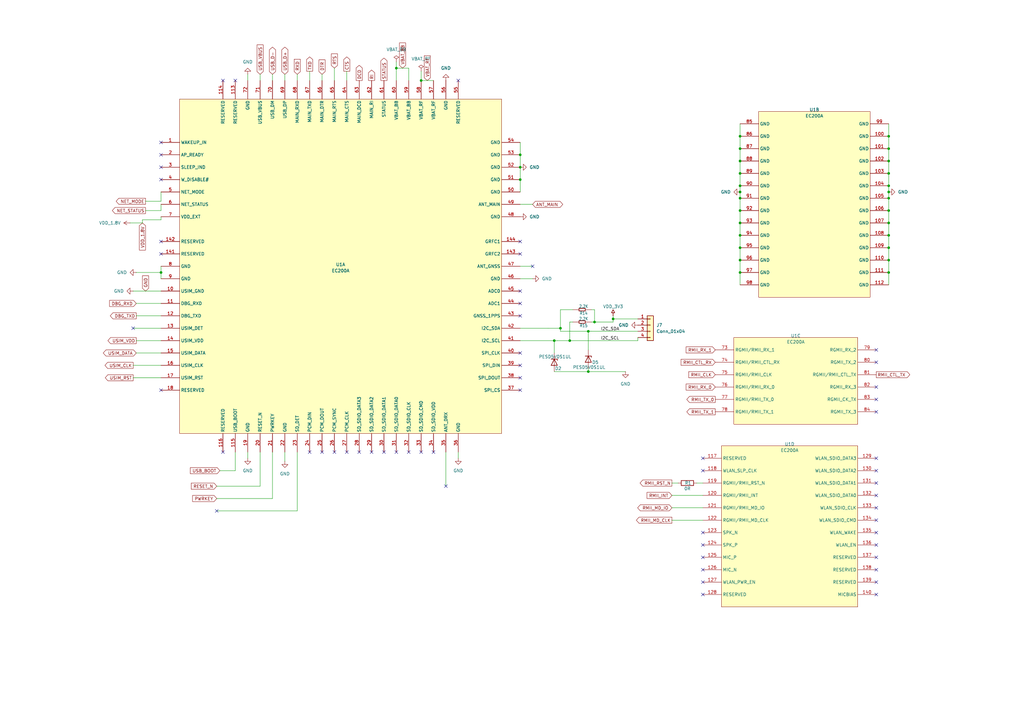
<source format=kicad_sch>
(kicad_sch (version 20250114) (generator "eeschema") (generator_version "9.0")
  (paper "A3")
  (title_block (title "Edgehax 4G to Eth") (date "2025-08-23") (rev "V2") (company "Edgehax") (comment 2 "Varshini CB"))
  (junction (at 213.36 63.5))
  (junction (at 66.04 111.76))
  (junction (at 303.53 71.12))
  (junction (at 229.87 134.62))
  (junction (at 303.53 91.44))
  (junction (at 303.53 78.74))
  (junction (at 364.49 111.76))
  (junction (at 364.49 91.44))
  (junction (at 364.49 78.74))
  (junction (at 364.49 81.28))
  (junction (at 303.53 81.28))
  (junction (at 364.49 71.12))
  (junction (at 364.49 101.6))
  (junction (at 364.49 55.88))
  (junction (at 227.33 139.7))
  (junction (at 303.53 60.96))
  (junction (at 213.36 73.66))
  (junction (at 213.36 68.58))
  (junction (at 241.3 135.89))
  (junction (at 172.72 33.02))
  (junction (at 303.53 76.2))
  (junction (at 364.49 96.52))
  (junction (at 303.53 106.68))
  (junction (at 233.68 139.7))
  (junction (at 162.56 27.94))
  (junction (at 303.53 55.88))
  (junction (at 364.49 86.36))
  (junction (at 241.3 152.4))
  (junction (at 364.49 76.2))
  (junction (at 303.53 96.52))
  (junction (at 251.46 130.81))
  (junction (at 364.49 66.04))
  (junction (at 303.53 111.76))
  (junction (at 364.49 106.68))
  (junction (at 243.84 132.08))
  (junction (at 364.49 60.96))
  (junction (at 303.53 101.6))
  (junction (at 303.53 86.36))
  (junction (at 303.53 66.04))
  (no_connect (at 213.36 154.94))
  (no_connect (at 157.48 185.42))
  (no_connect (at 218.44 109.22))
  (no_connect (at 288.29 233.68))
  (no_connect (at 127 185.42))
  (no_connect (at 288.29 193.04))
  (no_connect (at 359.41 198.12))
  (no_connect (at 213.36 160.02))
  (no_connect (at 66.04 160.02))
  (no_connect (at 359.41 218.44))
  (no_connect (at 213.36 104.14))
  (no_connect (at 359.41 233.68))
  (no_connect (at 147.32 185.42))
  (no_connect (at 288.29 187.96))
  (no_connect (at 359.41 148.59))
  (no_connect (at 88.9 209.55))
  (no_connect (at 213.36 99.06))
  (no_connect (at 66.04 104.14))
  (no_connect (at 152.4 185.42))
  (no_connect (at 359.41 168.91))
  (no_connect (at 66.04 58.42))
  (no_connect (at 213.36 124.46))
  (no_connect (at 359.41 193.04))
  (no_connect (at 66.04 68.58))
  (no_connect (at 66.04 73.66))
  (no_connect (at 359.41 213.36))
  (no_connect (at 359.41 203.2))
  (no_connect (at 213.36 144.78))
  (no_connect (at 66.04 99.06))
  (no_connect (at 288.29 243.84))
  (no_connect (at 177.8 185.42))
  (no_connect (at 54.61 134.62))
  (no_connect (at 172.72 185.42))
  (no_connect (at 96.52 33.02))
  (no_connect (at 359.41 143.51))
  (no_connect (at 167.64 185.42))
  (no_connect (at 142.24 185.42))
  (no_connect (at 288.29 223.52))
  (no_connect (at 288.29 228.6))
  (no_connect (at 187.96 33.02))
  (no_connect (at 213.36 129.54))
  (no_connect (at 91.44 33.02))
  (no_connect (at 359.41 223.52))
  (no_connect (at 91.44 185.42))
  (no_connect (at 213.36 149.86))
  (no_connect (at 132.08 185.42))
  (no_connect (at 288.29 238.76))
  (no_connect (at 162.56 185.42))
  (no_connect (at 66.04 63.5))
  (no_connect (at 359.41 238.76))
  (no_connect (at 359.41 187.96))
  (no_connect (at 359.41 158.75))
  (no_connect (at 359.41 163.83))
  (no_connect (at 137.16 185.42))
  (no_connect (at 359.41 243.84))
  (no_connect (at 359.41 228.6))
  (no_connect (at 288.29 218.44))
  (no_connect (at 359.41 208.28))
  (no_connect (at 213.36 119.38))
  (no_connect (at 182.88 199.39))
  (wire (pts (xy 227.33 144.78) (xy 227.33 139.7)))
  (wire (pts (xy 58.42 91.44) (xy 58.42 90.17)))
  (wire (pts (xy 227.33 152.4) (xy 241.3 152.4)))
  (wire (pts (xy 213.36 114.3) (xy 218.44 114.3)))
  (wire (pts (xy 101.6 30.48) (xy 101.6 33.02)))
  (wire (pts (xy 275.59 213.36) (xy 288.29 213.36)))
  (wire (pts (xy 137.16 27.94) (xy 137.16 33.02)))
  (wire (pts (xy 228.6 139.7) (xy 233.68 139.7)) (stroke (width 0.1524)))
  (wire (pts (xy 364.49 50.8) (xy 364.49 55.88)))
  (wire (pts (xy 213.36 68.58) (xy 213.36 73.66)))
  (wire (pts (xy 54.61 119.38) (xy 66.04 119.38)))
  (wire (pts (xy 167.64 33.02) (xy 167.64 27.94)))
  (wire (pts (xy 303.53 78.74) (xy 303.53 81.28)))
  (wire (pts (xy 142.24 29.21) (xy 142.24 33.02)))
  (wire (pts (xy 261.62 139.7) (xy 261.62 138.43)) (stroke (width 0.1524)))
  (wire (pts (xy 66.04 82.55) (xy 66.04 78.74)))
  (wire (pts (xy 303.53 86.36) (xy 303.53 91.44)))
  (wire (pts (xy 106.68 199.39) (xy 88.9 199.39)))
  (wire (pts (xy 251.46 132.08) (xy 251.46 130.81)) (stroke (width 0.1524)))
  (wire (pts (xy 227.33 139.7) (xy 228.6 139.7)))
  (wire (pts (xy 66.04 86.36) (xy 66.04 83.82)))
  (wire (pts (xy 55.88 111.76) (xy 66.04 111.76)))
  (wire (pts (xy 101.6 185.42) (xy 101.6 187.96)))
  (wire (pts (xy 303.53 76.2) (xy 303.53 78.74)))
  (wire (pts (xy 229.87 135.89) (xy 241.3 135.89)) (stroke (width 0.1524)))
  (wire (pts (xy 233.68 139.7) (xy 261.62 139.7)) (stroke (width 0.1524)))
  (wire (pts (xy 234.95 127) (xy 229.87 127)) (stroke (width 0.1524)))
  (wire (pts (xy 364.49 91.44) (xy 364.49 96.52)))
  (wire (pts (xy 229.87 135.89) (xy 229.87 134.62)) (stroke (width 0.1524)))
  (wire (pts (xy 364.49 60.96) (xy 364.49 66.04)))
  (wire (pts (xy 213.36 109.22) (xy 218.44 109.22)))
  (wire (pts (xy 364.49 96.52) (xy 364.49 101.6)))
  (wire (pts (xy 121.92 30.48) (xy 121.92 33.02)))
  (wire (pts (xy 303.53 55.88) (xy 303.53 60.96)))
  (wire (pts (xy 233.68 132.08) (xy 233.68 139.7)) (stroke (width 0.1524)))
  (wire (pts (xy 224.79 134.62) (xy 213.36 134.62)))
  (wire (pts (xy 364.49 106.68) (xy 364.49 111.76)))
  (wire (pts (xy 172.72 29.21) (xy 172.72 33.02)))
  (wire (pts (xy 162.56 25.4) (xy 162.56 27.94)))
  (wire (pts (xy 187.96 185.42) (xy 187.96 187.96)))
  (wire (pts (xy 241.3 152.4) (xy 256.54 152.4)))
  (wire (pts (xy 55.88 124.46) (xy 66.04 124.46)))
  (wire (pts (xy 213.36 58.42) (xy 213.36 63.5)))
  (wire (pts (xy 241.3 135.89) (xy 261.62 135.89)) (stroke (width 0.1524)))
  (wire (pts (xy 116.84 185.42) (xy 116.84 189.23)))
  (wire (pts (xy 111.76 30.48) (xy 111.76 33.02)))
  (wire (pts (xy 251.46 130.81) (xy 251.46 129.54)) (stroke (width 0.1524)))
  (wire (pts (xy 234.95 132.08) (xy 233.68 132.08)) (stroke (width 0.1524)))
  (wire (pts (xy 251.46 130.81) (xy 261.62 130.81)))
  (wire (pts (xy 242.57 132.08) (xy 243.84 132.08)) (stroke (width 0.1524)))
  (wire (pts (xy 303.53 60.96) (xy 303.53 66.04)))
  (wire (pts (xy 285.75 198.12) (xy 288.29 198.12)))
  (wire (pts (xy 303.53 81.28) (xy 303.53 86.36)))
  (wire (pts (xy 364.49 71.12) (xy 364.49 76.2)))
  (wire (pts (xy 213.36 73.66) (xy 213.36 78.74)))
  (wire (pts (xy 116.84 30.48) (xy 116.84 33.02)))
  (wire (pts (xy 90.17 193.04) (xy 96.52 193.04)))
  (wire (pts (xy 182.88 185.42) (xy 182.88 199.39)))
  (wire (pts (xy 243.84 127) (xy 243.84 132.08)) (stroke (width 0.1524)))
  (wire (pts (xy 96.52 193.04) (xy 96.52 185.42)))
  (wire (pts (xy 364.49 86.36) (xy 364.49 91.44)))
  (wire (pts (xy 241.3 135.89) (xy 241.3 143.51)))
  (wire (pts (xy 106.68 30.48) (xy 106.68 33.02)))
  (wire (pts (xy 162.56 27.94) (xy 162.56 33.02)))
  (wire (pts (xy 224.79 134.62) (xy 229.87 134.62)) (stroke (width 0.1524)))
  (wire (pts (xy 243.84 132.08) (xy 251.46 132.08)) (stroke (width 0.1524)))
  (wire (pts (xy 303.53 106.68) (xy 303.53 111.76)))
  (wire (pts (xy 275.59 203.2) (xy 288.29 203.2)))
  (wire (pts (xy 59.69 82.55) (xy 66.04 82.55)))
  (wire (pts (xy 241.3 151.13) (xy 241.3 152.4)))
  (wire (pts (xy 229.87 127) (xy 229.87 134.62)) (stroke (width 0.1524)))
  (wire (pts (xy 127 29.21) (xy 127 33.02)))
  (wire (pts (xy 364.49 76.2) (xy 364.49 78.74)))
  (wire (pts (xy 58.42 90.17) (xy 66.04 90.17)))
  (wire (pts (xy 53.34 91.44) (xy 58.42 91.44)))
  (wire (pts (xy 111.76 185.42) (xy 111.76 204.47)))
  (wire (pts (xy 213.36 83.82) (xy 218.44 83.82)))
  (wire (pts (xy 66.04 111.76) (xy 66.04 114.3)))
  (wire (pts (xy 162.56 27.94) (xy 167.64 27.94)))
  (wire (pts (xy 121.92 209.55) (xy 88.9 209.55)))
  (wire (pts (xy 364.49 81.28) (xy 364.49 86.36)))
  (wire (pts (xy 132.08 30.48) (xy 132.08 33.02)))
  (wire (pts (xy 111.76 204.47) (xy 88.9 204.47)))
  (wire (pts (xy 55.88 129.54) (xy 66.04 129.54)))
  (wire (pts (xy 106.68 185.42) (xy 106.68 199.39)))
  (wire (pts (xy 54.61 154.94) (xy 66.04 154.94)))
  (wire (pts (xy 303.53 101.6) (xy 303.53 106.68)))
  (wire (pts (xy 364.49 111.76) (xy 364.49 116.84)))
  (wire (pts (xy 55.88 144.78) (xy 66.04 144.78)))
  (wire (pts (xy 213.36 63.5) (xy 213.36 68.58)))
  (wire (pts (xy 303.53 96.52) (xy 303.53 101.6)))
  (wire (pts (xy 275.59 208.28) (xy 288.29 208.28)))
  (wire (pts (xy 303.53 50.8) (xy 303.53 55.88)))
  (wire (pts (xy 59.69 86.36) (xy 66.04 86.36)))
  (wire (pts (xy 303.53 111.76) (xy 303.53 116.84)))
  (wire (pts (xy 54.61 149.86) (xy 66.04 149.86)))
  (wire (pts (xy 275.59 198.12) (xy 278.13 198.12)))
  (wire (pts (xy 54.61 134.62) (xy 66.04 134.62)))
  (wire (pts (xy 121.92 185.42) (xy 121.92 209.55)))
  (wire (pts (xy 66.04 90.17) (xy 66.04 88.9)))
  (wire (pts (xy 364.49 55.88) (xy 364.49 60.96)))
  (wire (pts (xy 364.49 66.04) (xy 364.49 71.12)))
  (wire (pts (xy 55.88 139.7) (xy 66.04 139.7)))
  (wire (pts (xy 242.57 127) (xy 243.84 127)) (stroke (width 0.1524)))
  (wire (pts (xy 303.53 91.44) (xy 303.53 96.52)))
  (wire (pts (xy 364.49 101.6) (xy 364.49 106.68)))
  (wire (pts (xy 177.8 33.02) (xy 172.72 33.02)))
  (wire (pts (xy 303.53 66.04) (xy 303.53 71.12)))
  (wire (pts (xy 303.53 71.12) (xy 303.53 76.2)))
  (wire (pts (xy 66.04 111.76) (xy 66.04 109.22)))
  (wire (pts (xy 213.36 139.7) (xy 227.33 139.7)))
  (wire (pts (xy 364.49 78.74) (xy 364.49 81.28)))
  (label "I2C_SDA" (at 246.38 135.89 0) (effects (font (size 1.2446 1.2446))))
  (label "I2C_SCL" (at 246.38 139.7 0) (effects (font (size 1.2446 1.2446))))
  (global_label "GND" (shape input) (at 59.69 119.38 90) (property "Intersheetrefs" "${INTERSHEET_REFS}" (at 59.69 112.4292 90) (effects (justify left))))
  (global_label "RI" (shape output) (at 152.4 33.02 90) (property "Intersheetrefs" "${INTERSHEET_REFS}" (at 152.4 28.0649 90) (effects (justify left))))
  (global_label "USB_D+" (shape bidirectional) (at 116.84 30.48 90) (property "Intersheetrefs" "${INTERSHEET_REFS}" (at 116.84 18.7637 90) (effects (justify left))))
  (global_label "RMII_TX_0" (shape output) (at 293.37 163.83 180) (property "Intersheetrefs" "${INTERSHEET_REFS}" (at 281.0369 163.83 0) (effects (justify right))))
  (global_label "USIM_CLK" (shape output) (at 54.61 149.86 180) (property "Intersheetrefs" "${INTERSHEET_REFS}" (at 42.3978 149.86 0) (effects (justify right))))
  (global_label "USB_D-" (shape bidirectional) (at 111.76 30.48 90) (property "Intersheetrefs" "${INTERSHEET_REFS}" (at 111.76 18.7637 90) (effects (justify left))))
  (global_label "DCD" (shape output) (at 147.32 33.02 90) (property "Intersheetrefs" "${INTERSHEET_REFS}" (at 147.32 26.1297 90) (effects (justify left))))
  (global_label "STATUS" (shape output) (at 157.48 33.02 90) (property "Intersheetrefs" "${INTERSHEET_REFS}" (at 157.48 23.1664 90) (effects (justify left))))
  (global_label "RXD" (shape input) (at 121.92 30.48 90) (property "Intersheetrefs" "${INTERSHEET_REFS}" (at 121.92 23.6502 90) (effects (justify left))))
  (global_label "NET_MODE" (shape output) (at 59.69 82.55 180) (property "Intersheetrefs" "${INTERSHEET_REFS}" (at 46.9941 82.55 0) (effects (justify right))))
  (global_label "RMII_CTL_TX" (shape output) (at 359.41 153.67 0) (property "Intersheetrefs" "${INTERSHEET_REFS}" (at 373.7993 153.67 0) (effects (justify left))))
  (global_label "RMII_RST_N" (shape output) (at 275.59 198.12 180) (property "Intersheetrefs" "${INTERSHEET_REFS}" (at 261.8659 198.12 0) (effects (justify right))))
  (global_label "USIM_VDD" (shape output) (at 55.88 139.7 180) (property "Intersheetrefs" "${INTERSHEET_REFS}" (at 43.6073 139.7 0) (effects (justify right))))
  (global_label "USIM_DATA" (shape bidirectional) (at 55.88 144.78 180) (property "Intersheetrefs" "${INTERSHEET_REFS}" (at 41.8051 144.78 0) (effects (justify right))))
  (global_label "RMII_CTL_RX" (shape input) (at 293.37 148.59 180) (property "Intersheetrefs" "${INTERSHEET_REFS}" (at 278.6783 148.59 0) (effects (justify right))))
  (global_label "TXD" (shape output) (at 127 29.21 90) (property "Intersheetrefs" "${INTERSHEET_REFS}" (at 127 22.6826 90) (effects (justify left))))
  (global_label "USIM_RST" (shape output) (at 54.61 154.94 180) (property "Intersheetrefs" "${INTERSHEET_REFS}" (at 42.5188 154.94 0) (effects (justify right))))
  (global_label "RMII_TX_1" (shape output) (at 293.37 168.91 180) (property "Intersheetrefs" "${INTERSHEET_REFS}" (at 281.0369 168.91 0) (effects (justify right))))
  (global_label "ANT_MAIN" (shape bidirectional) (at 218.44 83.82 0) (property "Intersheetrefs" "${INTERSHEET_REFS}" (at 231.3659 83.82 0) (effects (justify left))))
  (global_label "DTR" (shape input) (at 132.08 30.48 90) (property "Intersheetrefs" "${INTERSHEET_REFS}" (at 132.08 23.8921 90) (effects (justify left))))
  (global_label "CTS" (shape output) (at 142.24 29.21 90) (property "Intersheetrefs" "${INTERSHEET_REFS}" (at 142.24 22.6826 90) (effects (justify left))))
  (global_label "RMII_RX_1" (shape input) (at 293.37 143.51 180) (property "Intersheetrefs" "${INTERSHEET_REFS}" (at 280.7345 143.51 0) (effects (justify right))))
  (global_label "RMII_INT" (shape input) (at 275.59 203.2 180) (property "Intersheetrefs" "${INTERSHEET_REFS}" (at 264.7082 203.2 0) (effects (justify right))))
  (global_label "RMII_RX_0" (shape input) (at 293.37 158.75 180) (property "Intersheetrefs" "${INTERSHEET_REFS}" (at 280.7345 158.75 0) (effects (justify right))))
  (global_label "DBG_TXD" (shape output) (at 55.88 129.54 180) (property "Intersheetrefs" "${INTERSHEET_REFS}" (at 44.575 129.54 0) (effects (justify right))))
  (global_label "VBAT_BB" (shape input) (at 165.1 27.94 90) (property "Intersheetrefs" "${INTERSHEET_REFS}" (at 165.1 16.9373 90) (effects (justify left))))
  (global_label "USB_BOOT" (shape input) (at 90.17 193.04 180) (property "Intersheetrefs" "${INTERSHEET_REFS}" (at 77.4135 193.04 0) (effects (justify right))))
  (global_label "VDD_1.8V" (shape input) (at 58.42 91.44 270) (property "Intersheetrefs" "${INTERSHEET_REFS}" (at 58.42 103.2289 90) (effects (justify right))))
  (global_label "VBAT_RF" (shape input) (at 175.26 33.02 90) (property "Intersheetrefs" "${INTERSHEET_REFS}" (at 175.26 22.1987 90) (effects (justify left))))
  (global_label "USB_VBUS" (shape input) (at 106.68 30.48 90) (property "Intersheetrefs" "${INTERSHEET_REFS}" (at 106.68 17.7235 90) (effects (justify left))))
  (global_label "DBG_RXD" (shape input) (at 55.88 124.46 180) (property "Intersheetrefs" "${INTERSHEET_REFS}" (at 44.2726 124.46 0) (effects (justify right))))
  (global_label "RMII_MD_CLK" (shape output) (at 275.59 213.36 180) (property "Intersheetrefs" "${INTERSHEET_REFS}" (at 260.354 213.36 0) (effects (justify right))))
  (global_label "RTS" (shape input) (at 137.16 27.94 90) (property "Intersheetrefs" "${INTERSHEET_REFS}" (at 137.16 21.4126 90) (effects (justify left))))
  (global_label "PWRKEY" (shape input) (at 88.9 204.47 180) (property "Intersheetrefs" "${INTERSHEET_REFS}" (at 78.3207 204.47 0) (effects (justify right))))
  (global_label "RMII_MD_IO" (shape bidirectional) (at 275.59 208.28 180) (property "Intersheetrefs" "${INTERSHEET_REFS}" (at 260.9708 208.28 0) (effects (justify right))))
  (global_label "NET_STATUS" (shape output) (at 59.69 86.36 180) (property "Intersheetrefs" "${INTERSHEET_REFS}" (at 45.4217 86.36 0) (effects (justify right))))
  (global_label "RMII_CLK" (shape input) (at 293.37 153.67 180) (property "Intersheetrefs" "${INTERSHEET_REFS}" (at 281.823 153.67 0) (effects (justify right))))
  (global_label "RESET_N" (shape input) (at 88.9 199.39 180) (property "Intersheetrefs" "${INTERSHEET_REFS}" (at 77.7765 199.39 0) (effects (justify right))))
  (symbol (lib_id "power:GND") (at 303.53 78.74 270) (unit 1)
    (property "Reference" "#PWR012" (effects (hide yes)))
    (property "Value" "GND" (at 299.72 78.7399 90) (effects (justify right)))
    (property "Description" "Power symbol creates a global label with name \"GND\" , ground" (effects (hide yes)))
  )
  (symbol (lib_id "EC200A-altium-import:+3V3_ARROW") (at 251.46 129.54 180) (unit 1)
    (property "Reference" "#PWR020" (effects (hide yes)))
    (property "Value" "VDD_3V3" (at 251.46 125.73 0))
  )
  (symbol (lib_id "power:PWR_FLAG") (at 172.72 29.21 0) (unit 1)
    (property "Reference" "#FLG07" (effects (hide yes)))
    (property "Value" "VBAT_RF" (at 172.72 24.13 0))
    (property "Description" "Special symbol for telling ERC where power comes from" (effects (hide yes)))
  )
  (symbol (lib_id "power:GND") (at 101.6 30.48 180) (unit 1)
    (property "Reference" "#PWR0132" (effects (hide yes)))
    (property "Value" "GND" (at 101.6 25.4 0))
    (property "Description" "Power symbol creates a global label with name \"GND\" , ground" (effects (hide yes)))
  )
  (symbol (lib_id "power:GND") (at 187.96 187.96 0) (unit 1)
    (property "Reference" "#PWR08" (effects (hide yes)))
    (property "Value" "GND" (at 187.96 193.04 0))
    (property "Description" "Power symbol creates a global label with name \"GND\" , ground" (effects (hide yes)))
  )
  (symbol (lib_id "Device:R") (at 281.94 198.12 90) (unit 1)
    (property "Reference" "R1" (at 282.194 198.12 90))
    (property "Value" "0R" (at 281.94 200.406 90))
    (property "Footprint" "Resistor_SMD:R_0603_1608Metric" (effects (hide yes)))
    (property "Description" "Resistor" (effects (hide yes)))
  )
  (symbol (lib_id "simcom-eagle-import:R-0603") (at 238.76 132.08 180) (unit 1)
    (property "Reference" "R15" (at 241.046 132.842 0) (effects (font (size 1.27 1.0795)) (justify left bottom)))
    (property "Value" "2.2K" (at 241.3 130.048 0) (effects (font (size 1.27 1.0795)) (justify left bottom)))
    (property "Footprint" "Resistor_SMD:R_0603_1608Metric" (effects (hide yes)))
  )
  (symbol (lib_id "power:GND") (at 364.49 78.74 90) (unit 1)
    (property "Reference" "#PWR013" (effects (hide yes)))
    (property "Value" "GND" (at 368.3 78.7399 90) (effects (justify right)))
    (property "Description" "Power symbol creates a global label with name \"GND\" , ground" (effects (hide yes)))
  )
  (symbol (lib_id "Diode:PESD5V0S1UL") (at 241.3 147.32 270) (unit 1)
    (property "Reference" "D5" (at 242.824 148.59 90) (effects (justify left)))
    (property "Value" "PESD5V0S1UL" (at 234.95 150.622 90) (effects (justify left)))
    (property "Footprint" "Diode_SMD:D_SC-80" (effects (hide yes)))
    (property "Datasheet" "https://assets.nexperia.com/documents/data-sheet/PESD5V0S1UL.pdf" (effects (hide yes)))
    (property "Description" "Unidirectional ESD protection diode, 5V, SOD-882" (effects (hide yes)))
  )
  (symbol (lib_id "Diode:PESD5V0S1UL") (at 227.33 148.59 270) (unit 1)
    (property "Reference" "D2" (at 227.584 151.13 90) (effects (justify left)))
    (property "Value" "PESD5V0S1UL" (at 220.98 146.304 90) (effects (justify left)))
    (property "Footprint" "Diode_SMD:D_SC-80" (effects (hide yes)))
    (property "Datasheet" "https://assets.nexperia.com/documents/data-sheet/PESD5V0S1UL.pdf" (effects (hide yes)))
    (property "Description" "Unidirectional ESD protection diode, 5V, SOD-882" (effects (hide yes)))
  )
  (symbol (lib_id "power:GND") (at 218.44 114.3 90) (unit 1)
    (property "Reference" "#PWR011" (effects (hide yes)))
    (property "Value" "GND" (at 222.25 114.2999 90) (effects (justify right)))
    (property "Description" "Power symbol creates a global label with name \"GND\" , ground" (effects (hide yes)))
  )
  (symbol (lib_name "root_0_EC200A_Quectel_xxx_SCH_Part_AD_Vx.SchLib_3") (lib_id "Quectel_xxx_SCH_Part_AD_Vx:root_0_EC200A_Quectel_xxx_SCH_Part_AD_Vx.SchLib") (at 326.39 138.43 0) (unit 3)
    (property "Reference" "U1" (at 326.39 138.43 0) (effects (justify bottom)))
    (property "Value" "EC200A" (at 326.39 140.97 0) (effects (justify bottom)))
    (property "Footprint" "project_footprints:EC200A" (effects (hide yes)))
    (property "Description" "EC200A Series Module 144PIN 29x32mm H2.6mm RO" (effects (hide yes)))
    (property "PART DESCRIPTION" "EC200A Series Module 144PIN 29x32mm H2.6mm RO" (effects (hide yes)))
    (property "MANUFACTURER" "QUECTEL" (effects (hide yes)))
    (property "ALTIUM_VALUE" "EC200A" (effects (hide yes)))
    (property "GEOMETRY.HEIGHT" "2.6mm" (effects (hide yes)))
  )
  (symbol (lib_id "power:GND") (at 54.61 119.38 270) (unit 1)
    (property "Reference" "#PWR03" (effects (hide yes)))
    (property "Value" "GND" (at 50.8 119.3799 90) (effects (justify right)))
    (property "Description" "Power symbol creates a global label with name \"GND\" , ground" (effects (hide yes)))
  )
  (symbol (lib_id "Connector_Generic:Conn_01x04") (at 266.7 133.35 0) (unit 1)
    (property "Reference" "J7" (at 269.24 133.3499 0) (effects (justify left)))
    (property "Value" "Conn_01x04" (at 269.24 135.8899 0) (effects (justify left)))
    (property "Footprint" "Connector_JST:JST_PH_S4B-PH-SM4-TB_1x04-1MP_P2.00mm_Horizontal" (effects (hide yes)))
    (property "Description" "Generic connector, single row, 01x04, script generated (kicad-library-utils/schlib/autogen/connector/)" (effects (hide yes)))
  )
  (symbol (lib_name "root_0_EC200A_Quectel_xxx_SCH_Part_AD_Vx.SchLib_1") (lib_id "Quectel_xxx_SCH_Part_AD_Vx:root_0_EC200A_Quectel_xxx_SCH_Part_AD_Vx.SchLib") (at 323.85 182.88 0) (unit 4)
    (property "Reference" "U1" (at 323.85 182.88 0) (effects (justify bottom)))
    (property "Value" "EC200A" (at 323.85 185.42 0) (effects (justify bottom)))
    (property "Footprint" "project_footprints:EC200A" (effects (hide yes)))
    (property "Description" "EC200A Series Module 144PIN 29x32mm H2.6mm RO" (effects (hide yes)))
    (property "PART DESCRIPTION" "EC200A Series Module 144PIN 29x32mm H2.6mm RO" (effects (hide yes)))
    (property "MANUFACTURER" "QUECTEL" (effects (hide yes)))
    (property "ALTIUM_VALUE" "EC200A" (effects (hide yes)))
    (property "GEOMETRY.HEIGHT" "2.6mm" (effects (hide yes)))
  )
  (symbol (lib_id "power:GND") (at 101.6 187.96 0) (unit 1)
    (property "Reference" "#PWR06" (effects (hide yes)))
    (property "Value" "GND" (at 101.6 193.04 0))
    (property "Description" "Power symbol creates a global label with name \"GND\" , ground" (effects (hide yes)))
  )
  (symbol (lib_id "power:GND") (at 261.62 133.35 270) (unit 1)
    (property "Reference" "#PWR021" (effects (hide yes)))
    (property "Value" "GND" (at 257.81 133.3499 90) (effects (justify right)))
    (property "Description" "Power symbol creates a global label with name \"GND\" , ground" (effects (hide yes)))
  )
  (symbol (lib_id "power:GND") (at 213.36 68.58 90) (unit 1)
    (property "Reference" "#PWR09" (effects (hide yes)))
    (property "Value" "GND" (at 217.17 68.5799 90) (effects (justify right)))
    (property "Description" "Power symbol creates a global label with name \"GND\" , ground" (effects (hide yes)))
  )
  (symbol (lib_id "power:GND") (at 116.84 189.23 0) (unit 1)
    (property "Reference" "#PWR07" (effects (hide yes)))
    (property "Value" "GND" (at 116.84 194.31 0))
    (property "Description" "Power symbol creates a global label with name \"GND\" , ground" (effects (hide yes)))
  )
  (symbol (lib_id "power:GND") (at 55.88 111.76 270) (unit 1)
    (property "Reference" "#PWR04" (effects (hide yes)))
    (property "Value" "GND" (at 52.07 111.7599 90) (effects (justify right)))
    (property "Description" "Power symbol creates a global label with name \"GND\" , ground" (effects (hide yes)))
  )
  (symbol (lib_id "power:GND") (at 182.88 33.02 180) (unit 1)
    (property "Reference" "#PWR0131" (effects (hide yes)))
    (property "Value" "GND" (at 182.88 27.94 0))
    (property "Description" "Power symbol creates a global label with name \"GND\" , ground" (effects (hide yes)))
  )
  (symbol (lib_id "simcom-eagle-import:R-0603") (at 238.76 127 180) (unit 1)
    (property "Reference" "R14" (at 241.046 127.762 0) (effects (font (size 1.27 1.0795)) (justify left bottom)))
    (property "Value" "2.2K" (at 241.3 124.968 0) (effects (font (size 1.27 1.0795)) (justify left bottom)))
    (property "Footprint" "Resistor_SMD:R_0603_1608Metric" (effects (hide yes)))
  )
  (symbol (lib_name "root_0_EC200A_Quectel_xxx_SCH_Part_AD_Vx.SchLib_2") (lib_id "Quectel_xxx_SCH_Part_AD_Vx:root_0_EC200A_Quectel_xxx_SCH_Part_AD_Vx.SchLib") (at 334.01 45.72 0) (unit 2)
    (property "Reference" "U1" (at 334.01 45.72 0) (effects (justify bottom)))
    (property "Value" "EC200A" (at 334.01 48.26 0) (effects (justify bottom)))
    (property "Footprint" "project_footprints:EC200A" (effects (hide yes)))
    (property "Description" "EC200A Series Module 144PIN 29x32mm H2.6mm RO" (effects (hide yes)))
    (property "PART DESCRIPTION" "EC200A Series Module 144PIN 29x32mm H2.6mm RO" (effects (hide yes)))
    (property "MANUFACTURER" "QUECTEL" (effects (hide yes)))
    (property "ALTIUM_VALUE" "EC200A" (effects (hide yes)))
    (property "GEOMETRY.HEIGHT" "2.6mm" (effects (hide yes)))
  )
  (symbol (lib_id "power:GND") (at 256.54 152.4 0) (unit 1)
    (property "Reference" "#PWR022" (effects (hide yes)))
    (property "Value" "GND" (at 256.54 157.48 0))
    (property "Description" "Power symbol creates a global label with name \"GND\" , ground" (effects (hide yes)))
  )
  (symbol (lib_id "power:GND") (at 213.36 88.9 90) (unit 1)
    (property "Reference" "#PWR010" (effects (hide yes)))
    (property "Value" "GND" (at 217.17 88.8999 90) (effects (justify right)))
    (property "Description" "Power symbol creates a global label with name \"GND\" , ground" (effects (hide yes)))
  )
  (symbol (lib_id "power:VDD") (at 53.34 91.44 90) (unit 1)
    (property "Reference" "#PWR05" (effects (hide yes)))
    (property "Value" "VDD_1.8V" (at 49.53 91.4399 90) (effects (justify left)))
    (property "Description" "Power symbol creates a global label with name \"VDD\"" (effects (hide yes)))
  )
  (symbol (lib_id "Quectel_xxx_SCH_Part_AD_Vx:root_0_EC200A_Quectel_xxx_SCH_Part_AD_Vx.SchLib") (at 139.7 109.22 0) (unit 1)
    (property "Reference" "U1" (at 139.7 109.22 0) (effects (justify bottom)))
    (property "Value" "EC200A" (at 139.7 111.76 0) (effects (justify bottom)))
    (property "Footprint" "project_footprints:EC200A" (effects (hide yes)))
    (property "Description" "EC200A Series Module 144PIN 29x32mm H2.6mm RO" (effects (hide yes)))
    (property "PART DESCRIPTION" "EC200A Series Module 144PIN 29x32mm H2.6mm RO" (effects (hide yes)))
    (property "MANUFACTURER" "QUECTEL" (effects (hide yes)))
    (property "ALTIUM_VALUE" "EC200A" (effects (hide yes)))
    (property "GEOMETRY.HEIGHT" "2.6mm" (effects (hide yes)))
  )
  (symbol (lib_id "power:PWR_FLAG") (at 162.56 25.4 0) (unit 1)
    (property "Reference" "#FLG05" (effects (hide yes)))
    (property "Value" "VBAT_BB" (at 162.56 20.32 0))
    (property "Description" "Special symbol for telling ERC where power comes from" (effects (hide yes)))
  )
)
</source>
